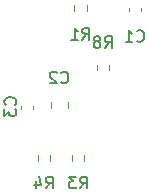
<source format=gbr>
%TF.GenerationSoftware,KiCad,Pcbnew,7.0.2*%
%TF.CreationDate,2023-05-24T09:21:20+02:00*%
%TF.ProjectId,PCB_Ewine,5043425f-4577-4696-9e65-2e6b69636164,rev?*%
%TF.SameCoordinates,Original*%
%TF.FileFunction,Legend,Bot*%
%TF.FilePolarity,Positive*%
%FSLAX46Y46*%
G04 Gerber Fmt 4.6, Leading zero omitted, Abs format (unit mm)*
G04 Created by KiCad (PCBNEW 7.0.2) date 2023-05-24 09:21:20*
%MOMM*%
%LPD*%
G01*
G04 APERTURE LIST*
%ADD10C,0.150000*%
%ADD11C,0.120000*%
G04 APERTURE END LIST*
D10*
%TO.C,C3*%
X138967380Y-46258333D02*
X139015000Y-46210714D01*
X139015000Y-46210714D02*
X139062619Y-46067857D01*
X139062619Y-46067857D02*
X139062619Y-45972619D01*
X139062619Y-45972619D02*
X139015000Y-45829762D01*
X139015000Y-45829762D02*
X138919761Y-45734524D01*
X138919761Y-45734524D02*
X138824523Y-45686905D01*
X138824523Y-45686905D02*
X138634047Y-45639286D01*
X138634047Y-45639286D02*
X138491190Y-45639286D01*
X138491190Y-45639286D02*
X138300714Y-45686905D01*
X138300714Y-45686905D02*
X138205476Y-45734524D01*
X138205476Y-45734524D02*
X138110238Y-45829762D01*
X138110238Y-45829762D02*
X138062619Y-45972619D01*
X138062619Y-45972619D02*
X138062619Y-46067857D01*
X138062619Y-46067857D02*
X138110238Y-46210714D01*
X138110238Y-46210714D02*
X138157857Y-46258333D01*
X138062619Y-46591667D02*
X138062619Y-47210714D01*
X138062619Y-47210714D02*
X138443571Y-46877381D01*
X138443571Y-46877381D02*
X138443571Y-47020238D01*
X138443571Y-47020238D02*
X138491190Y-47115476D01*
X138491190Y-47115476D02*
X138538809Y-47163095D01*
X138538809Y-47163095D02*
X138634047Y-47210714D01*
X138634047Y-47210714D02*
X138872142Y-47210714D01*
X138872142Y-47210714D02*
X138967380Y-47163095D01*
X138967380Y-47163095D02*
X139015000Y-47115476D01*
X139015000Y-47115476D02*
X139062619Y-47020238D01*
X139062619Y-47020238D02*
X139062619Y-46734524D01*
X139062619Y-46734524D02*
X139015000Y-46639286D01*
X139015000Y-46639286D02*
X138967380Y-46591667D01*
%TO.C,R8*%
X146566666Y-41462619D02*
X146899999Y-40986428D01*
X147138094Y-41462619D02*
X147138094Y-40462619D01*
X147138094Y-40462619D02*
X146757142Y-40462619D01*
X146757142Y-40462619D02*
X146661904Y-40510238D01*
X146661904Y-40510238D02*
X146614285Y-40557857D01*
X146614285Y-40557857D02*
X146566666Y-40653095D01*
X146566666Y-40653095D02*
X146566666Y-40795952D01*
X146566666Y-40795952D02*
X146614285Y-40891190D01*
X146614285Y-40891190D02*
X146661904Y-40938809D01*
X146661904Y-40938809D02*
X146757142Y-40986428D01*
X146757142Y-40986428D02*
X147138094Y-40986428D01*
X145995237Y-40891190D02*
X146090475Y-40843571D01*
X146090475Y-40843571D02*
X146138094Y-40795952D01*
X146138094Y-40795952D02*
X146185713Y-40700714D01*
X146185713Y-40700714D02*
X146185713Y-40653095D01*
X146185713Y-40653095D02*
X146138094Y-40557857D01*
X146138094Y-40557857D02*
X146090475Y-40510238D01*
X146090475Y-40510238D02*
X145995237Y-40462619D01*
X145995237Y-40462619D02*
X145804761Y-40462619D01*
X145804761Y-40462619D02*
X145709523Y-40510238D01*
X145709523Y-40510238D02*
X145661904Y-40557857D01*
X145661904Y-40557857D02*
X145614285Y-40653095D01*
X145614285Y-40653095D02*
X145614285Y-40700714D01*
X145614285Y-40700714D02*
X145661904Y-40795952D01*
X145661904Y-40795952D02*
X145709523Y-40843571D01*
X145709523Y-40843571D02*
X145804761Y-40891190D01*
X145804761Y-40891190D02*
X145995237Y-40891190D01*
X145995237Y-40891190D02*
X146090475Y-40938809D01*
X146090475Y-40938809D02*
X146138094Y-40986428D01*
X146138094Y-40986428D02*
X146185713Y-41081666D01*
X146185713Y-41081666D02*
X146185713Y-41272142D01*
X146185713Y-41272142D02*
X146138094Y-41367380D01*
X146138094Y-41367380D02*
X146090475Y-41415000D01*
X146090475Y-41415000D02*
X145995237Y-41462619D01*
X145995237Y-41462619D02*
X145804761Y-41462619D01*
X145804761Y-41462619D02*
X145709523Y-41415000D01*
X145709523Y-41415000D02*
X145661904Y-41367380D01*
X145661904Y-41367380D02*
X145614285Y-41272142D01*
X145614285Y-41272142D02*
X145614285Y-41081666D01*
X145614285Y-41081666D02*
X145661904Y-40986428D01*
X145661904Y-40986428D02*
X145709523Y-40938809D01*
X145709523Y-40938809D02*
X145804761Y-40891190D01*
%TO.C,R1*%
X144666666Y-40762619D02*
X144999999Y-40286428D01*
X145238094Y-40762619D02*
X145238094Y-39762619D01*
X145238094Y-39762619D02*
X144857142Y-39762619D01*
X144857142Y-39762619D02*
X144761904Y-39810238D01*
X144761904Y-39810238D02*
X144714285Y-39857857D01*
X144714285Y-39857857D02*
X144666666Y-39953095D01*
X144666666Y-39953095D02*
X144666666Y-40095952D01*
X144666666Y-40095952D02*
X144714285Y-40191190D01*
X144714285Y-40191190D02*
X144761904Y-40238809D01*
X144761904Y-40238809D02*
X144857142Y-40286428D01*
X144857142Y-40286428D02*
X145238094Y-40286428D01*
X143714285Y-40762619D02*
X144285713Y-40762619D01*
X143999999Y-40762619D02*
X143999999Y-39762619D01*
X143999999Y-39762619D02*
X144095237Y-39905476D01*
X144095237Y-39905476D02*
X144190475Y-40000714D01*
X144190475Y-40000714D02*
X144285713Y-40048333D01*
%TO.C,R3*%
X144466666Y-53362619D02*
X144799999Y-52886428D01*
X145038094Y-53362619D02*
X145038094Y-52362619D01*
X145038094Y-52362619D02*
X144657142Y-52362619D01*
X144657142Y-52362619D02*
X144561904Y-52410238D01*
X144561904Y-52410238D02*
X144514285Y-52457857D01*
X144514285Y-52457857D02*
X144466666Y-52553095D01*
X144466666Y-52553095D02*
X144466666Y-52695952D01*
X144466666Y-52695952D02*
X144514285Y-52791190D01*
X144514285Y-52791190D02*
X144561904Y-52838809D01*
X144561904Y-52838809D02*
X144657142Y-52886428D01*
X144657142Y-52886428D02*
X145038094Y-52886428D01*
X144133332Y-52362619D02*
X143514285Y-52362619D01*
X143514285Y-52362619D02*
X143847618Y-52743571D01*
X143847618Y-52743571D02*
X143704761Y-52743571D01*
X143704761Y-52743571D02*
X143609523Y-52791190D01*
X143609523Y-52791190D02*
X143561904Y-52838809D01*
X143561904Y-52838809D02*
X143514285Y-52934047D01*
X143514285Y-52934047D02*
X143514285Y-53172142D01*
X143514285Y-53172142D02*
X143561904Y-53267380D01*
X143561904Y-53267380D02*
X143609523Y-53315000D01*
X143609523Y-53315000D02*
X143704761Y-53362619D01*
X143704761Y-53362619D02*
X143990475Y-53362619D01*
X143990475Y-53362619D02*
X144085713Y-53315000D01*
X144085713Y-53315000D02*
X144133332Y-53267380D01*
%TO.C,C1*%
X149266666Y-40867380D02*
X149314285Y-40915000D01*
X149314285Y-40915000D02*
X149457142Y-40962619D01*
X149457142Y-40962619D02*
X149552380Y-40962619D01*
X149552380Y-40962619D02*
X149695237Y-40915000D01*
X149695237Y-40915000D02*
X149790475Y-40819761D01*
X149790475Y-40819761D02*
X149838094Y-40724523D01*
X149838094Y-40724523D02*
X149885713Y-40534047D01*
X149885713Y-40534047D02*
X149885713Y-40391190D01*
X149885713Y-40391190D02*
X149838094Y-40200714D01*
X149838094Y-40200714D02*
X149790475Y-40105476D01*
X149790475Y-40105476D02*
X149695237Y-40010238D01*
X149695237Y-40010238D02*
X149552380Y-39962619D01*
X149552380Y-39962619D02*
X149457142Y-39962619D01*
X149457142Y-39962619D02*
X149314285Y-40010238D01*
X149314285Y-40010238D02*
X149266666Y-40057857D01*
X148314285Y-40962619D02*
X148885713Y-40962619D01*
X148599999Y-40962619D02*
X148599999Y-39962619D01*
X148599999Y-39962619D02*
X148695237Y-40105476D01*
X148695237Y-40105476D02*
X148790475Y-40200714D01*
X148790475Y-40200714D02*
X148885713Y-40248333D01*
%TO.C,C2*%
X142866666Y-44367380D02*
X142914285Y-44415000D01*
X142914285Y-44415000D02*
X143057142Y-44462619D01*
X143057142Y-44462619D02*
X143152380Y-44462619D01*
X143152380Y-44462619D02*
X143295237Y-44415000D01*
X143295237Y-44415000D02*
X143390475Y-44319761D01*
X143390475Y-44319761D02*
X143438094Y-44224523D01*
X143438094Y-44224523D02*
X143485713Y-44034047D01*
X143485713Y-44034047D02*
X143485713Y-43891190D01*
X143485713Y-43891190D02*
X143438094Y-43700714D01*
X143438094Y-43700714D02*
X143390475Y-43605476D01*
X143390475Y-43605476D02*
X143295237Y-43510238D01*
X143295237Y-43510238D02*
X143152380Y-43462619D01*
X143152380Y-43462619D02*
X143057142Y-43462619D01*
X143057142Y-43462619D02*
X142914285Y-43510238D01*
X142914285Y-43510238D02*
X142866666Y-43557857D01*
X142485713Y-43557857D02*
X142438094Y-43510238D01*
X142438094Y-43510238D02*
X142342856Y-43462619D01*
X142342856Y-43462619D02*
X142104761Y-43462619D01*
X142104761Y-43462619D02*
X142009523Y-43510238D01*
X142009523Y-43510238D02*
X141961904Y-43557857D01*
X141961904Y-43557857D02*
X141914285Y-43653095D01*
X141914285Y-43653095D02*
X141914285Y-43748333D01*
X141914285Y-43748333D02*
X141961904Y-43891190D01*
X141961904Y-43891190D02*
X142533332Y-44462619D01*
X142533332Y-44462619D02*
X141914285Y-44462619D01*
%TO.C,R4*%
X141566666Y-53362619D02*
X141899999Y-52886428D01*
X142138094Y-53362619D02*
X142138094Y-52362619D01*
X142138094Y-52362619D02*
X141757142Y-52362619D01*
X141757142Y-52362619D02*
X141661904Y-52410238D01*
X141661904Y-52410238D02*
X141614285Y-52457857D01*
X141614285Y-52457857D02*
X141566666Y-52553095D01*
X141566666Y-52553095D02*
X141566666Y-52695952D01*
X141566666Y-52695952D02*
X141614285Y-52791190D01*
X141614285Y-52791190D02*
X141661904Y-52838809D01*
X141661904Y-52838809D02*
X141757142Y-52886428D01*
X141757142Y-52886428D02*
X142138094Y-52886428D01*
X140709523Y-52695952D02*
X140709523Y-53362619D01*
X140947618Y-52315000D02*
X141185713Y-53029285D01*
X141185713Y-53029285D02*
X140566666Y-53029285D01*
D11*
%TO.C,C3*%
X139490000Y-46640580D02*
X139490000Y-46359420D01*
X140510000Y-46640580D02*
X140510000Y-46359420D01*
%TO.C,R8*%
X145877500Y-43362258D02*
X145877500Y-42887742D01*
X146922500Y-43362258D02*
X146922500Y-42887742D01*
%TO.C,R1*%
X143977500Y-38337258D02*
X143977500Y-37862742D01*
X145022500Y-38337258D02*
X145022500Y-37862742D01*
%TO.C,R3*%
X143777500Y-51037258D02*
X143777500Y-50562742D01*
X144822500Y-51037258D02*
X144822500Y-50562742D01*
%TO.C,C1*%
X149610000Y-38059420D02*
X149610000Y-38340580D01*
X148590000Y-38059420D02*
X148590000Y-38340580D01*
%TO.C,C2*%
X141965000Y-46561252D02*
X141965000Y-46038748D01*
X143435000Y-46561252D02*
X143435000Y-46038748D01*
%TO.C,R4*%
X140877500Y-51037258D02*
X140877500Y-50562742D01*
X141922500Y-51037258D02*
X141922500Y-50562742D01*
%TD*%
M02*

</source>
